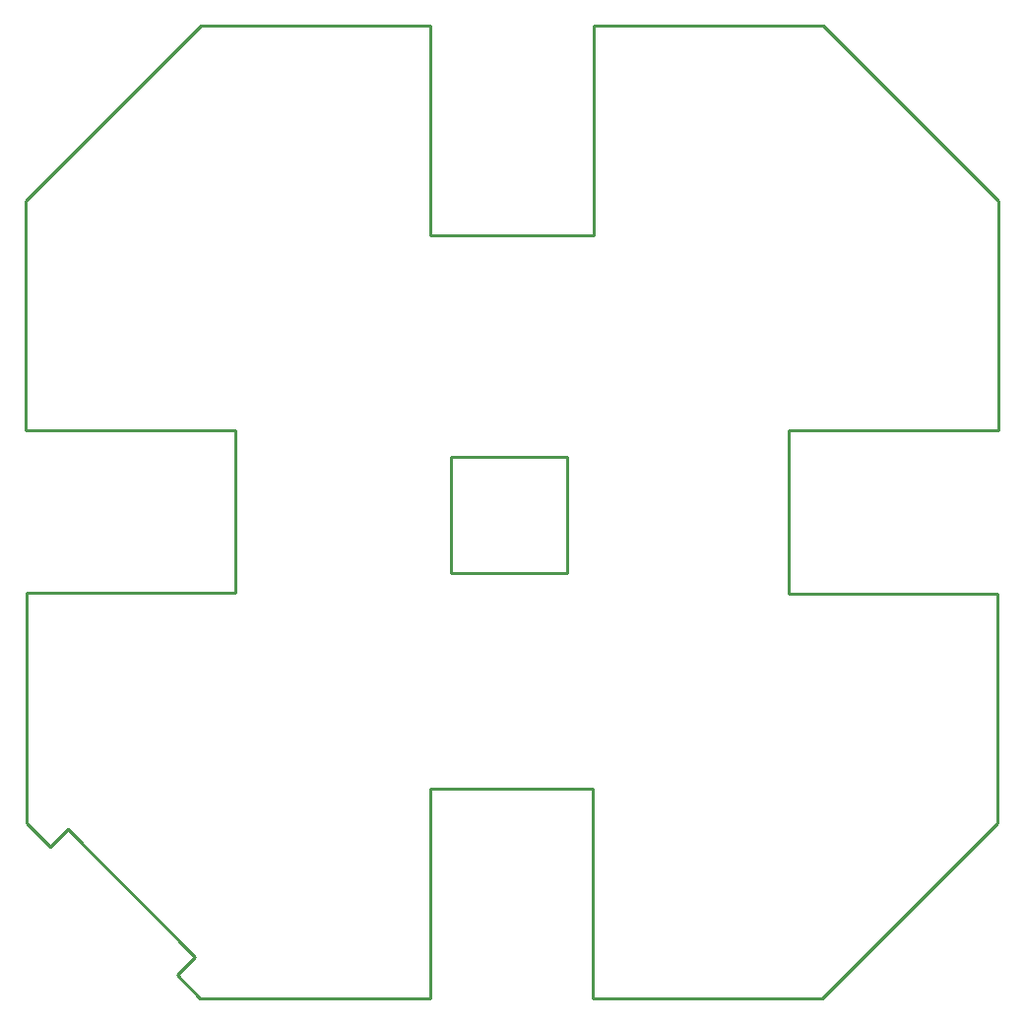
<source format=gbp>
G04*
G04 #@! TF.GenerationSoftware,Altium Limited,Altium Designer,21.8.1 (53)*
G04*
G04 Layer_Color=128*
%FSLAX42Y42*%
%MOMM*%
G71*
G04*
G04 #@! TF.SameCoordinates,4C7B3126-2604-42B9-8956-4212446E7276*
G04*
G04*
G04 #@! TF.FilePolarity,Positive*
G04*
G01*
G75*
%ADD14C,0.25*%
D14*
X5725Y128D02*
X5727Y126D01*
X3756Y3782D02*
Y4782D01*
Y3782D02*
X4756D01*
Y4782D01*
X3756D02*
X4756D01*
X1401Y324D02*
X1598Y126D01*
X3577D01*
Y1926D01*
X4977D01*
X4977Y126D02*
X4977Y1926D01*
X4977Y126D02*
X6952D01*
X8457Y1632D01*
Y3607D01*
X6657D02*
X8457D01*
X6657D02*
Y5007D01*
X8463D01*
Y6982D01*
X6957Y8487D02*
X8463Y6982D01*
X6957Y8488D02*
X6957Y8487D01*
X4982Y8488D02*
X6957D01*
X4982Y6686D02*
Y8488D01*
X3582Y6686D02*
X4982D01*
X3582D02*
Y8488D01*
X1607D02*
X3582D01*
X101Y6983D02*
X1607Y8488D01*
X101Y5008D02*
Y6983D01*
Y5008D02*
X1906D01*
Y3608D02*
Y5008D01*
X106Y3608D02*
X1906D01*
X106Y1633D02*
Y3608D01*
Y1633D02*
X312Y1427D01*
X460Y1576D01*
X1556Y480D01*
X1401Y324D02*
X1556Y480D01*
M02*

</source>
